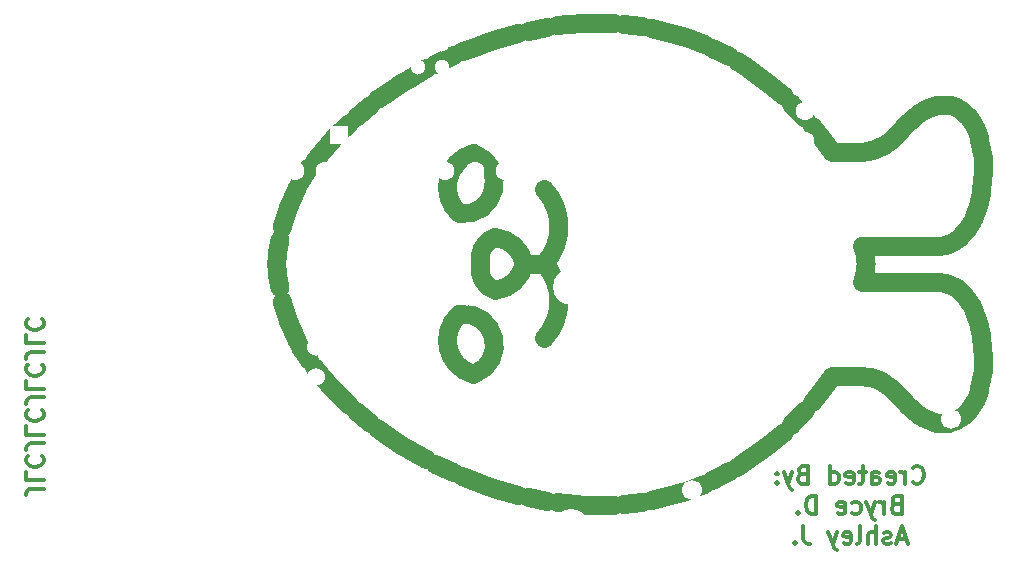
<source format=gbo>
%TF.GenerationSoftware,KiCad,Pcbnew,(5.1.9)-1*%
%TF.CreationDate,2021-12-11T15:03:20-08:00*%
%TF.ProjectId,GPS_Board,4750535f-426f-4617-9264-2e6b69636164,rev?*%
%TF.SameCoordinates,Original*%
%TF.FileFunction,Legend,Bot*%
%TF.FilePolarity,Positive*%
%FSLAX46Y46*%
G04 Gerber Fmt 4.6, Leading zero omitted, Abs format (unit mm)*
G04 Created by KiCad (PCBNEW (5.1.9)-1) date 2021-12-11 15:03:20*
%MOMM*%
%LPD*%
G01*
G04 APERTURE LIST*
%ADD10C,0.300000*%
%ADD11C,1.600000*%
%ADD12C,1.524000*%
%ADD13C,3.048000*%
%ADD14C,1.700000*%
%ADD15C,1.300000*%
%ADD16C,1.600000*%
%ADD17R,1.300000X1.300000*%
%ADD18R,1.600000X1.600000*%
%ADD19C,3.800000*%
%ADD20R,3.800000X3.800000*%
G04 APERTURE END LIST*
D10*
X113343428Y-104464571D02*
X112272000Y-104464571D01*
X112057714Y-104536000D01*
X111914857Y-104678857D01*
X111843428Y-104893142D01*
X111843428Y-105036000D01*
X111843428Y-103036000D02*
X111843428Y-103750285D01*
X113343428Y-103750285D01*
X111986285Y-101678857D02*
X111914857Y-101750285D01*
X111843428Y-101964571D01*
X111843428Y-102107428D01*
X111914857Y-102321714D01*
X112057714Y-102464571D01*
X112200571Y-102536000D01*
X112486285Y-102607428D01*
X112700571Y-102607428D01*
X112986285Y-102536000D01*
X113129142Y-102464571D01*
X113272000Y-102321714D01*
X113343428Y-102107428D01*
X113343428Y-101964571D01*
X113272000Y-101750285D01*
X113200571Y-101678857D01*
X113343428Y-100607428D02*
X112272000Y-100607428D01*
X112057714Y-100678857D01*
X111914857Y-100821714D01*
X111843428Y-101036000D01*
X111843428Y-101178857D01*
X111843428Y-99178857D02*
X111843428Y-99893142D01*
X113343428Y-99893142D01*
X111986285Y-97821714D02*
X111914857Y-97893142D01*
X111843428Y-98107428D01*
X111843428Y-98250285D01*
X111914857Y-98464571D01*
X112057714Y-98607428D01*
X112200571Y-98678857D01*
X112486285Y-98750285D01*
X112700571Y-98750285D01*
X112986285Y-98678857D01*
X113129142Y-98607428D01*
X113272000Y-98464571D01*
X113343428Y-98250285D01*
X113343428Y-98107428D01*
X113272000Y-97893142D01*
X113200571Y-97821714D01*
X113343428Y-96750285D02*
X112272000Y-96750285D01*
X112057714Y-96821714D01*
X111914857Y-96964571D01*
X111843428Y-97178857D01*
X111843428Y-97321714D01*
X111843428Y-95321714D02*
X111843428Y-96036000D01*
X113343428Y-96036000D01*
X111986285Y-93964571D02*
X111914857Y-94036000D01*
X111843428Y-94250285D01*
X111843428Y-94393142D01*
X111914857Y-94607428D01*
X112057714Y-94750285D01*
X112200571Y-94821714D01*
X112486285Y-94893142D01*
X112700571Y-94893142D01*
X112986285Y-94821714D01*
X113129142Y-94750285D01*
X113272000Y-94607428D01*
X113343428Y-94393142D01*
X113343428Y-94250285D01*
X113272000Y-94036000D01*
X113200571Y-93964571D01*
X113343428Y-92893142D02*
X112272000Y-92893142D01*
X112057714Y-92964571D01*
X111914857Y-93107428D01*
X111843428Y-93321714D01*
X111843428Y-93464571D01*
X111843428Y-91464571D02*
X111843428Y-92178857D01*
X113343428Y-92178857D01*
X111986285Y-90107428D02*
X111914857Y-90178857D01*
X111843428Y-90393142D01*
X111843428Y-90536000D01*
X111914857Y-90750285D01*
X112057714Y-90893142D01*
X112200571Y-90964571D01*
X112486285Y-91036000D01*
X112700571Y-91036000D01*
X112986285Y-90964571D01*
X113129142Y-90893142D01*
X113272000Y-90750285D01*
X113343428Y-90536000D01*
X113343428Y-90393142D01*
X113272000Y-90178857D01*
X113200571Y-90107428D01*
X186931428Y-103903714D02*
X187002857Y-103975142D01*
X187217142Y-104046571D01*
X187360000Y-104046571D01*
X187574285Y-103975142D01*
X187717142Y-103832285D01*
X187788571Y-103689428D01*
X187860000Y-103403714D01*
X187860000Y-103189428D01*
X187788571Y-102903714D01*
X187717142Y-102760857D01*
X187574285Y-102618000D01*
X187360000Y-102546571D01*
X187217142Y-102546571D01*
X187002857Y-102618000D01*
X186931428Y-102689428D01*
X186288571Y-104046571D02*
X186288571Y-103046571D01*
X186288571Y-103332285D02*
X186217142Y-103189428D01*
X186145714Y-103118000D01*
X186002857Y-103046571D01*
X185860000Y-103046571D01*
X184788571Y-103975142D02*
X184931428Y-104046571D01*
X185217142Y-104046571D01*
X185360000Y-103975142D01*
X185431428Y-103832285D01*
X185431428Y-103260857D01*
X185360000Y-103118000D01*
X185217142Y-103046571D01*
X184931428Y-103046571D01*
X184788571Y-103118000D01*
X184717142Y-103260857D01*
X184717142Y-103403714D01*
X185431428Y-103546571D01*
X183431428Y-104046571D02*
X183431428Y-103260857D01*
X183502857Y-103118000D01*
X183645714Y-103046571D01*
X183931428Y-103046571D01*
X184074285Y-103118000D01*
X183431428Y-103975142D02*
X183574285Y-104046571D01*
X183931428Y-104046571D01*
X184074285Y-103975142D01*
X184145714Y-103832285D01*
X184145714Y-103689428D01*
X184074285Y-103546571D01*
X183931428Y-103475142D01*
X183574285Y-103475142D01*
X183431428Y-103403714D01*
X182931428Y-103046571D02*
X182360000Y-103046571D01*
X182717142Y-102546571D02*
X182717142Y-103832285D01*
X182645714Y-103975142D01*
X182502857Y-104046571D01*
X182360000Y-104046571D01*
X181288571Y-103975142D02*
X181431428Y-104046571D01*
X181717142Y-104046571D01*
X181860000Y-103975142D01*
X181931428Y-103832285D01*
X181931428Y-103260857D01*
X181860000Y-103118000D01*
X181717142Y-103046571D01*
X181431428Y-103046571D01*
X181288571Y-103118000D01*
X181217142Y-103260857D01*
X181217142Y-103403714D01*
X181931428Y-103546571D01*
X179931428Y-104046571D02*
X179931428Y-102546571D01*
X179931428Y-103975142D02*
X180074285Y-104046571D01*
X180360000Y-104046571D01*
X180502857Y-103975142D01*
X180574285Y-103903714D01*
X180645714Y-103760857D01*
X180645714Y-103332285D01*
X180574285Y-103189428D01*
X180502857Y-103118000D01*
X180360000Y-103046571D01*
X180074285Y-103046571D01*
X179931428Y-103118000D01*
X177574285Y-103260857D02*
X177360000Y-103332285D01*
X177288571Y-103403714D01*
X177217142Y-103546571D01*
X177217142Y-103760857D01*
X177288571Y-103903714D01*
X177360000Y-103975142D01*
X177502857Y-104046571D01*
X178074285Y-104046571D01*
X178074285Y-102546571D01*
X177574285Y-102546571D01*
X177431428Y-102618000D01*
X177360000Y-102689428D01*
X177288571Y-102832285D01*
X177288571Y-102975142D01*
X177360000Y-103118000D01*
X177431428Y-103189428D01*
X177574285Y-103260857D01*
X178074285Y-103260857D01*
X176717142Y-103046571D02*
X176360000Y-104046571D01*
X176002857Y-103046571D02*
X176360000Y-104046571D01*
X176502857Y-104403714D01*
X176574285Y-104475142D01*
X176717142Y-104546571D01*
X175431428Y-103903714D02*
X175360000Y-103975142D01*
X175431428Y-104046571D01*
X175502857Y-103975142D01*
X175431428Y-103903714D01*
X175431428Y-104046571D01*
X175431428Y-103118000D02*
X175360000Y-103189428D01*
X175431428Y-103260857D01*
X175502857Y-103189428D01*
X175431428Y-103118000D01*
X175431428Y-103260857D01*
X185502857Y-105810857D02*
X185288571Y-105882285D01*
X185217142Y-105953714D01*
X185145714Y-106096571D01*
X185145714Y-106310857D01*
X185217142Y-106453714D01*
X185288571Y-106525142D01*
X185431428Y-106596571D01*
X186002857Y-106596571D01*
X186002857Y-105096571D01*
X185502857Y-105096571D01*
X185360000Y-105168000D01*
X185288571Y-105239428D01*
X185217142Y-105382285D01*
X185217142Y-105525142D01*
X185288571Y-105668000D01*
X185360000Y-105739428D01*
X185502857Y-105810857D01*
X186002857Y-105810857D01*
X184502857Y-106596571D02*
X184502857Y-105596571D01*
X184502857Y-105882285D02*
X184431428Y-105739428D01*
X184360000Y-105668000D01*
X184217142Y-105596571D01*
X184074285Y-105596571D01*
X183717142Y-105596571D02*
X183360000Y-106596571D01*
X183002857Y-105596571D02*
X183360000Y-106596571D01*
X183502857Y-106953714D01*
X183574285Y-107025142D01*
X183717142Y-107096571D01*
X181788571Y-106525142D02*
X181931428Y-106596571D01*
X182217142Y-106596571D01*
X182360000Y-106525142D01*
X182431428Y-106453714D01*
X182502857Y-106310857D01*
X182502857Y-105882285D01*
X182431428Y-105739428D01*
X182360000Y-105668000D01*
X182217142Y-105596571D01*
X181931428Y-105596571D01*
X181788571Y-105668000D01*
X180574285Y-106525142D02*
X180717142Y-106596571D01*
X181002857Y-106596571D01*
X181145714Y-106525142D01*
X181217142Y-106382285D01*
X181217142Y-105810857D01*
X181145714Y-105668000D01*
X181002857Y-105596571D01*
X180717142Y-105596571D01*
X180574285Y-105668000D01*
X180502857Y-105810857D01*
X180502857Y-105953714D01*
X181217142Y-106096571D01*
X178717142Y-106596571D02*
X178717142Y-105096571D01*
X178360000Y-105096571D01*
X178145714Y-105168000D01*
X178002857Y-105310857D01*
X177931428Y-105453714D01*
X177860000Y-105739428D01*
X177860000Y-105953714D01*
X177931428Y-106239428D01*
X178002857Y-106382285D01*
X178145714Y-106525142D01*
X178360000Y-106596571D01*
X178717142Y-106596571D01*
X177217142Y-106453714D02*
X177145714Y-106525142D01*
X177217142Y-106596571D01*
X177288571Y-106525142D01*
X177217142Y-106453714D01*
X177217142Y-106596571D01*
X186360000Y-108718000D02*
X185645714Y-108718000D01*
X186502857Y-109146571D02*
X186002857Y-107646571D01*
X185502857Y-109146571D01*
X185074285Y-109075142D02*
X184931428Y-109146571D01*
X184645714Y-109146571D01*
X184502857Y-109075142D01*
X184431428Y-108932285D01*
X184431428Y-108860857D01*
X184502857Y-108718000D01*
X184645714Y-108646571D01*
X184860000Y-108646571D01*
X185002857Y-108575142D01*
X185074285Y-108432285D01*
X185074285Y-108360857D01*
X185002857Y-108218000D01*
X184860000Y-108146571D01*
X184645714Y-108146571D01*
X184502857Y-108218000D01*
X183788571Y-109146571D02*
X183788571Y-107646571D01*
X183145714Y-109146571D02*
X183145714Y-108360857D01*
X183217142Y-108218000D01*
X183360000Y-108146571D01*
X183574285Y-108146571D01*
X183717142Y-108218000D01*
X183788571Y-108289428D01*
X182217142Y-109146571D02*
X182360000Y-109075142D01*
X182431428Y-108932285D01*
X182431428Y-107646571D01*
X181074285Y-109075142D02*
X181217142Y-109146571D01*
X181502857Y-109146571D01*
X181645714Y-109075142D01*
X181717142Y-108932285D01*
X181717142Y-108360857D01*
X181645714Y-108218000D01*
X181502857Y-108146571D01*
X181217142Y-108146571D01*
X181074285Y-108218000D01*
X181002857Y-108360857D01*
X181002857Y-108503714D01*
X181717142Y-108646571D01*
X180502857Y-108146571D02*
X180145714Y-109146571D01*
X179788571Y-108146571D02*
X180145714Y-109146571D01*
X180288571Y-109503714D01*
X180360000Y-109575142D01*
X180502857Y-109646571D01*
X177645714Y-107646571D02*
X177645714Y-108718000D01*
X177717142Y-108932285D01*
X177860000Y-109075142D01*
X178074285Y-109146571D01*
X178217142Y-109146571D01*
X176931428Y-109003714D02*
X176860000Y-109075142D01*
X176931428Y-109146571D01*
X177002857Y-109075142D01*
X176931428Y-109003714D01*
X176931428Y-109146571D01*
D11*
X159194961Y-65055729D02*
X157529928Y-65169204D01*
X157529928Y-65169204D02*
X156770680Y-65250019D01*
X191947566Y-73459010D02*
X192255327Y-74035874D01*
X177800000Y-73097816D02*
X176652216Y-71901207D01*
X176652216Y-71901207D02*
X176597578Y-71844244D01*
X189633734Y-71956192D02*
X189959212Y-71991299D01*
X185501531Y-74499865D02*
X185727682Y-74275372D01*
X186190478Y-73806166D02*
X186550317Y-73450209D01*
X184371314Y-75423941D02*
X184600669Y-75272121D01*
X175982520Y-71249849D02*
X174727369Y-70185898D01*
X174727369Y-70185898D02*
X174056215Y-69662385D01*
X139168211Y-73506419D02*
X138017707Y-74641448D01*
X138017707Y-74641448D02*
X137592767Y-75092308D01*
X184714507Y-75190444D02*
X185052612Y-74913886D01*
X182668214Y-75927936D02*
X183049705Y-75907927D01*
X187468175Y-72684602D02*
X187896428Y-72409304D01*
X192866406Y-77577365D02*
X192819278Y-78406879D01*
X191190388Y-72562466D02*
X191463887Y-72816349D01*
X183903044Y-75667766D02*
X184255796Y-75494083D01*
X134754933Y-78946475D02*
X134086081Y-80417628D01*
X134086081Y-80417628D02*
X134005162Y-80627726D01*
X191592608Y-82398993D02*
X191218938Y-82867523D01*
X191918967Y-81839508D02*
X191705440Y-82219714D01*
X192283823Y-80976668D02*
X192019662Y-81638581D01*
X192508590Y-80261779D02*
X192283823Y-80976668D01*
X192677846Y-79489668D02*
X192569826Y-80008265D01*
X192847403Y-76751416D02*
X192865720Y-77300588D01*
X192567850Y-74936233D02*
X192724929Y-75688812D01*
X191594971Y-72957106D02*
X191947566Y-73459010D01*
X190121206Y-72021679D02*
X190594399Y-72193965D01*
X155959773Y-65375902D02*
X154340554Y-65685704D01*
X188983137Y-72008678D02*
X189470252Y-71951466D01*
X185841436Y-74160311D02*
X186190478Y-73806166D01*
X185052612Y-74913886D02*
X185389133Y-74609297D01*
X137592767Y-75092308D02*
X136531557Y-76310859D01*
X136531557Y-76310859D02*
X136201675Y-76721774D01*
X153532243Y-65869622D02*
X151953459Y-66321308D01*
X151953459Y-66321308D02*
X151132476Y-66584965D01*
X174056215Y-69662385D02*
X172749129Y-68727653D01*
X172749129Y-68727653D02*
X172051106Y-68272005D01*
X180065223Y-75927936D02*
X179079179Y-74615637D01*
X179079179Y-74615637D02*
X178387364Y-73756992D01*
X169228924Y-66816204D02*
X167710964Y-66250980D01*
X167710964Y-66250980D02*
X167011363Y-66025530D01*
X187059371Y-72993610D02*
X187468175Y-72684602D01*
X151132476Y-66584965D02*
X149578641Y-67138642D01*
X149578641Y-67138642D02*
X148772666Y-67454467D01*
X183174387Y-75888323D02*
X183421294Y-75836207D01*
X180065223Y-75927936D02*
X182668214Y-75927936D01*
X163957598Y-65306778D02*
X162389960Y-65114111D01*
X143615870Y-70153216D02*
X142275416Y-71037232D01*
X142275416Y-71037232D02*
X141593690Y-71517225D01*
X134005162Y-80627726D02*
X133516538Y-82201398D01*
X133516538Y-82201398D02*
X133491446Y-82306125D01*
X192819278Y-78406879D02*
X192724630Y-79224586D01*
X190594399Y-72193965D02*
X191047973Y-72449341D01*
X188504790Y-72131722D02*
X188983137Y-72008678D01*
X145749968Y-68892973D02*
X144337470Y-69707825D01*
X144337470Y-69707825D02*
X143615870Y-70153216D01*
X186674815Y-73333463D02*
X186929342Y-73105163D01*
X148004478Y-67792338D02*
X146493129Y-68511591D01*
X161598995Y-65050891D02*
X159948796Y-65033669D01*
X159948796Y-65033669D02*
X159194961Y-65055729D01*
X183543520Y-75803695D02*
X183903044Y-75667766D01*
X135804227Y-77275189D02*
X135080856Y-78387540D01*
X192724929Y-75688812D02*
X192829772Y-76479020D01*
X188045631Y-72331412D02*
X188349813Y-72192621D01*
X140962473Y-72002183D02*
X139749734Y-72996780D01*
X171357426Y-67874713D02*
X169946335Y-67146812D01*
X167011363Y-66025530D02*
X165451975Y-65598755D01*
X165451975Y-65598755D02*
X164734270Y-65436226D01*
X192341892Y-74251116D02*
X192498154Y-74701296D01*
X134005162Y-90260090D02*
X133516538Y-88686417D01*
X133516538Y-88686417D02*
X133491446Y-88581691D01*
X149749816Y-94791106D02*
G75*
G03*
X148530615Y-89711108I-884195J2474096D01*
G01*
X150321049Y-84683997D02*
G75*
G03*
X150322855Y-86215070I4712587J-759978D01*
G01*
X148530616Y-81176709D02*
G75*
G03*
X149749815Y-76096708I335005J2605903D01*
G01*
X151578615Y-83208708D02*
G75*
G03*
X150321049Y-84683998I574908J-1763695D01*
G01*
X139168211Y-97381397D02*
X138017707Y-96246367D01*
X138017707Y-96246367D02*
X137592767Y-95795508D01*
X134754933Y-91941341D02*
X134086081Y-90470187D01*
X134086081Y-90470187D02*
X134005162Y-90260090D01*
X154017015Y-85443908D02*
X155744215Y-85443908D01*
X155744215Y-85443908D02*
X154017015Y-85443908D01*
X155744215Y-85443908D02*
G75*
G03*
X155744215Y-79144708I-3454400J3149600D01*
G01*
X137592767Y-95795508D02*
X136531557Y-94576956D01*
X136531557Y-94576956D02*
X136201675Y-94166042D01*
X133350985Y-83417899D02*
G75*
G03*
X133350985Y-87469916I7240278J-2026009D01*
G01*
X148530616Y-89711106D02*
G75*
G03*
X149749815Y-94791108I1946442J-2219159D01*
G01*
X150322855Y-86215069D02*
G75*
G03*
X151578615Y-87679108I1830668J299656D01*
G01*
X149749817Y-76096708D02*
G75*
G03*
X148530615Y-81176708I727241J-2860843D01*
G01*
X151578615Y-87679108D02*
G75*
G03*
X154017015Y-85443908I-268416J2740454D01*
G01*
X155744215Y-91743108D02*
G75*
G03*
X155744215Y-85443908I-3454400J3149600D01*
G01*
X154017015Y-85443908D02*
G75*
G03*
X151578615Y-83208708I-2706816J-505254D01*
G01*
X135804227Y-93612627D02*
X135080856Y-92500276D01*
X192866406Y-93310451D02*
X192819278Y-92480937D01*
X180065223Y-94959880D02*
X182668214Y-94959880D01*
X191592608Y-88488823D02*
X191218938Y-88020293D01*
X192677846Y-91398148D02*
X192569826Y-90879551D01*
X192847403Y-94136400D02*
X192865720Y-93587228D01*
X187468175Y-98203214D02*
X187896428Y-98478512D01*
X189691865Y-83819333D02*
X189151502Y-83917377D01*
X188764214Y-86967907D02*
X182668214Y-86967907D01*
X191594971Y-97930710D02*
X191947566Y-97428806D01*
X175982520Y-99637967D02*
X174727369Y-100701917D01*
X174727369Y-100701917D02*
X174056215Y-101225431D01*
X191218938Y-88020293D02*
X190810870Y-87623434D01*
X190199646Y-87241952D02*
X189691865Y-87068483D01*
X190663594Y-87515619D02*
X190357982Y-87324877D01*
X192567850Y-95951583D02*
X192724929Y-95199004D01*
X191190388Y-98325350D02*
X191463887Y-98071467D01*
X188983137Y-98879138D02*
X189470252Y-98936350D01*
X187059371Y-97894206D02*
X187468175Y-98203214D01*
X184714507Y-95697372D02*
X185052612Y-95973930D01*
X182668214Y-94959880D02*
X183049705Y-94979889D01*
X190199646Y-83645864D02*
X189691865Y-83819333D01*
X191218938Y-82867523D02*
X190810870Y-83264382D01*
X189633734Y-98931624D02*
X189959212Y-98896517D01*
X192283823Y-89911148D02*
X192019662Y-89249235D01*
X182668213Y-86967909D02*
G75*
G03*
X182668214Y-83919909I-3657594J1524001D01*
G01*
X140962473Y-98885633D02*
X139749734Y-97891036D01*
X143615870Y-100734600D02*
X142275416Y-99850583D01*
X142275416Y-99850583D02*
X141593690Y-99370591D01*
X184371314Y-95463875D02*
X184600669Y-95615695D01*
X145749968Y-101994843D02*
X144337470Y-101179990D01*
X144337470Y-101179990D02*
X143615870Y-100734600D01*
X161598995Y-105836925D02*
X159948796Y-105854146D01*
X159948796Y-105854146D02*
X159194961Y-105832087D01*
X171357426Y-103013103D02*
X169946335Y-103741004D01*
X163957598Y-105581038D02*
X162389960Y-105773705D01*
X188504790Y-98756094D02*
X188983137Y-98879138D01*
X183543520Y-95084121D02*
X183903044Y-95220050D01*
X186674815Y-97554353D02*
X186929342Y-97782653D01*
X189691865Y-87068483D02*
X189151502Y-86970439D01*
X186190478Y-97081650D02*
X186550317Y-97437607D01*
X191947566Y-97428806D02*
X192255327Y-96851942D01*
X151132476Y-104302851D02*
X149578641Y-103749173D01*
X149578641Y-103749173D02*
X148772666Y-103433349D01*
X192724929Y-95199004D02*
X192829772Y-94408796D01*
X188764214Y-83919909D02*
X182668214Y-83919909D01*
X185501531Y-96387951D02*
X185727682Y-96612444D01*
X148004478Y-103095478D02*
X146493129Y-102376225D01*
X153532243Y-105018194D02*
X151953459Y-104566507D01*
X151953459Y-104566507D02*
X151132476Y-104302851D01*
X155959773Y-105511914D02*
X154340554Y-105202112D01*
X185052612Y-95973930D02*
X185389133Y-96278519D01*
X180065223Y-94959880D02*
X179079179Y-96272178D01*
X179079179Y-96272178D02*
X178387364Y-97130824D01*
X192341892Y-96636700D02*
X192498154Y-96186520D01*
X185841436Y-96727505D02*
X186190478Y-97081650D01*
X190121206Y-98866137D02*
X190594399Y-98693851D01*
X191918967Y-89048308D02*
X191705440Y-88668102D01*
X190594399Y-98693851D02*
X191047973Y-98438475D01*
X188045631Y-98556404D02*
X188349813Y-98695195D01*
X183903044Y-95220050D02*
X184255796Y-95393733D01*
X190663594Y-83372197D02*
X190357982Y-83562939D01*
X159194961Y-105832087D02*
X157529928Y-105718611D01*
X157529928Y-105718611D02*
X156770680Y-105637797D01*
X192508590Y-90626037D02*
X192283823Y-89911148D01*
X167011363Y-104862286D02*
X165451975Y-105289060D01*
X165451975Y-105289060D02*
X164734270Y-105451590D01*
X192819278Y-92480937D02*
X192724630Y-91663230D01*
X183174387Y-94999493D02*
X183421294Y-95051609D01*
X169228924Y-104071612D02*
X167710964Y-104636835D01*
X167710964Y-104636835D02*
X167011363Y-104862286D01*
X174056215Y-101225431D02*
X172749129Y-102160162D01*
X172749129Y-102160162D02*
X172051106Y-102615811D01*
X177800000Y-97790000D02*
X176652216Y-98986608D01*
X176652216Y-98986608D02*
X176597578Y-99043572D01*
%LPC*%
D12*
%TO.C,A2*%
X136398000Y-102616000D03*
X136398000Y-100076000D03*
X136398000Y-97536000D03*
X136398000Y-105156000D03*
X136398000Y-89916000D03*
X136398000Y-87376000D03*
X136398000Y-92456000D03*
X136398000Y-94996000D03*
X159258000Y-100076000D03*
X159258000Y-97536000D03*
X159258000Y-94996000D03*
X159258000Y-92456000D03*
D13*
X157988000Y-87376000D03*
X157988000Y-107696000D03*
%TD*%
D14*
%TO.C,A1*%
X190197000Y-90568000D03*
X190197000Y-92568000D03*
X190197000Y-94568000D03*
X190197000Y-96568000D03*
X190197000Y-98568000D03*
X190197000Y-100568000D03*
X190197000Y-102568000D03*
X190197000Y-104568000D03*
X190197000Y-106568000D03*
X190197000Y-108568000D03*
X168197000Y-108568000D03*
X168197000Y-106568000D03*
X168197000Y-104568000D03*
X168197000Y-102568000D03*
X168197000Y-100568000D03*
X168197000Y-98568000D03*
X168197000Y-96568000D03*
X168197000Y-94568000D03*
X168197000Y-92568000D03*
X168197000Y-90568000D03*
%TD*%
D15*
%TO.C,U1*%
X132810000Y-68707000D03*
X132810000Y-71247000D03*
D16*
X177800000Y-64897000D03*
X177800000Y-67437000D03*
X177800000Y-69977000D03*
X177800000Y-72517000D03*
X177800000Y-75057000D03*
D15*
X145050000Y-68795400D03*
X147050000Y-68795400D03*
X147050000Y-66795400D03*
X145050000Y-66795400D03*
X147050000Y-64795400D03*
D17*
X145050000Y-64795400D03*
D16*
X172720000Y-77597000D03*
X175260000Y-77597000D03*
X177800000Y-77597000D03*
X180340000Y-77597000D03*
X170180000Y-77597000D03*
X167640000Y-77597000D03*
X165100000Y-77597000D03*
X182880000Y-77597000D03*
X185420000Y-77597000D03*
X187960000Y-77597000D03*
X190500000Y-77597000D03*
X190500000Y-62357000D03*
X187960000Y-62357000D03*
X185420000Y-62357000D03*
X182880000Y-62357000D03*
X180340000Y-62357000D03*
X177800000Y-62357000D03*
X175260000Y-62357000D03*
X172720000Y-62357000D03*
X170180000Y-62357000D03*
X167640000Y-62357000D03*
X162560000Y-77597000D03*
X160020000Y-77597000D03*
X157480000Y-77597000D03*
X154940000Y-77597000D03*
X152400000Y-77597000D03*
X149860000Y-77597000D03*
X147320000Y-77597000D03*
X144780000Y-77597000D03*
X142240000Y-77597000D03*
X139700000Y-77597000D03*
X137160000Y-77597000D03*
X134620000Y-77597000D03*
D18*
X132080000Y-77597000D03*
D16*
X165100000Y-62357000D03*
X162560000Y-62357000D03*
X160020000Y-62357000D03*
X157480000Y-62357000D03*
X154940000Y-62357000D03*
X152400000Y-62357000D03*
X149860000Y-62357000D03*
X147320000Y-62357000D03*
X144780000Y-62357000D03*
X142240000Y-62357000D03*
X139700000Y-62357000D03*
X137160000Y-62357000D03*
X134620000Y-62357000D03*
X132080000Y-62357000D03*
D18*
X138379200Y-74546200D03*
D16*
X140919200Y-74546200D03*
X143459200Y-74546200D03*
X145999200Y-74546200D03*
X148539200Y-74546200D03*
X134620000Y-64897000D03*
%TD*%
D19*
%TO.C,J2*%
X129159000Y-98980000D03*
D20*
X129159000Y-93980000D03*
%TD*%
D19*
%TO.C,J1*%
X126539000Y-106680000D03*
D20*
X121539000Y-106680000D03*
%TD*%
D12*
%TO.C,A3*%
X113141000Y-67138000D03*
X115681000Y-67138000D03*
X115681000Y-87138000D03*
X113141000Y-87138000D03*
X125601000Y-87138000D03*
X128141000Y-87138000D03*
X125601000Y-67138000D03*
X128141000Y-67138000D03*
%TD*%
M02*

</source>
